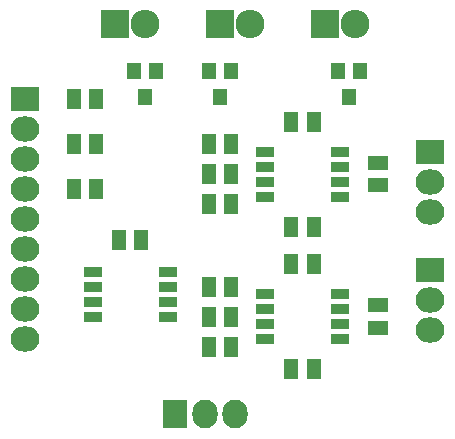
<source format=gts>
G04 #@! TF.FileFunction,Soldermask,Top*
%FSLAX46Y46*%
G04 Gerber Fmt 4.6, Leading zero omitted, Abs format (unit mm)*
G04 Created by KiCad (PCBNEW (2014-11-23 BZR 5300)-product) date Tue 25 Nov 2014 01:03:26 AM EST*
%MOMM*%
G01*
G04 APERTURE LIST*
%ADD10C,0.100000*%
%ADD11R,2.432000X2.127200*%
%ADD12O,2.432000X2.127200*%
%ADD13R,2.127200X2.432000*%
%ADD14O,2.127200X2.432000*%
%ADD15R,2.432000X2.432000*%
%ADD16O,2.432000X2.432000*%
%ADD17R,1.200100X1.400760*%
%ADD18R,1.543000X0.908000*%
%ADD19R,1.289000X1.797000*%
%ADD20R,1.797000X1.289000*%
G04 APERTURE END LIST*
D10*
D11*
X191770000Y-102235000D03*
D12*
X191770000Y-104775000D03*
X191770000Y-107315000D03*
D11*
X191770000Y-112268000D03*
D12*
X191770000Y-114808000D03*
X191770000Y-117348000D03*
D13*
X170180000Y-124460000D03*
D14*
X172720000Y-124460000D03*
X175260000Y-124460000D03*
D11*
X157480000Y-97790000D03*
D12*
X157480000Y-100330000D03*
X157480000Y-102870000D03*
X157480000Y-105410000D03*
X157480000Y-107950000D03*
X157480000Y-110490000D03*
X157480000Y-113030000D03*
X157480000Y-115570000D03*
X157480000Y-118110000D03*
D15*
X165100000Y-91440000D03*
D16*
X167640000Y-91440000D03*
D15*
X173990000Y-91440000D03*
D16*
X176530000Y-91440000D03*
D15*
X182880000Y-91440000D03*
D16*
X185420000Y-91440000D03*
D17*
X167640000Y-97619820D03*
X166687500Y-95420180D03*
X168592500Y-95420180D03*
X173990000Y-97619820D03*
X173037500Y-95420180D03*
X174942500Y-95420180D03*
X184912000Y-97619820D03*
X183959500Y-95420180D03*
X185864500Y-95420180D03*
D18*
X184150000Y-102235000D03*
X184150000Y-103505000D03*
X184150000Y-104775000D03*
X184150000Y-106045000D03*
X177800000Y-106045000D03*
X177800000Y-104775000D03*
X177800000Y-103505000D03*
X177800000Y-102235000D03*
X184150000Y-114300000D03*
X184150000Y-115570000D03*
X184150000Y-116840000D03*
X184150000Y-118110000D03*
X177800000Y-118110000D03*
X177800000Y-116840000D03*
X177800000Y-115570000D03*
X177800000Y-114300000D03*
X169545000Y-112395000D03*
X169545000Y-113665000D03*
X169545000Y-114935000D03*
X169545000Y-116205000D03*
X163195000Y-116205000D03*
X163195000Y-114935000D03*
X163195000Y-113665000D03*
X163195000Y-112395000D03*
D19*
X165417500Y-109728000D03*
X167322500Y-109728000D03*
X181927500Y-111760000D03*
X180022500Y-111760000D03*
X181927500Y-99695000D03*
X180022500Y-99695000D03*
X180022500Y-108585000D03*
X181927500Y-108585000D03*
X180022500Y-120650000D03*
X181927500Y-120650000D03*
X161607500Y-97790000D03*
X163512500Y-97790000D03*
X161607500Y-101600000D03*
X163512500Y-101600000D03*
X161607500Y-105410000D03*
X163512500Y-105410000D03*
X174942500Y-101600000D03*
X173037500Y-101600000D03*
X174942500Y-113665000D03*
X173037500Y-113665000D03*
X174942500Y-104140000D03*
X173037500Y-104140000D03*
X174942500Y-116205000D03*
X173037500Y-116205000D03*
X173037500Y-106680000D03*
X174942500Y-106680000D03*
X173037500Y-118745000D03*
X174942500Y-118745000D03*
D20*
X187325000Y-105092500D03*
X187325000Y-103187500D03*
X187325000Y-117157500D03*
X187325000Y-115252500D03*
M02*

</source>
